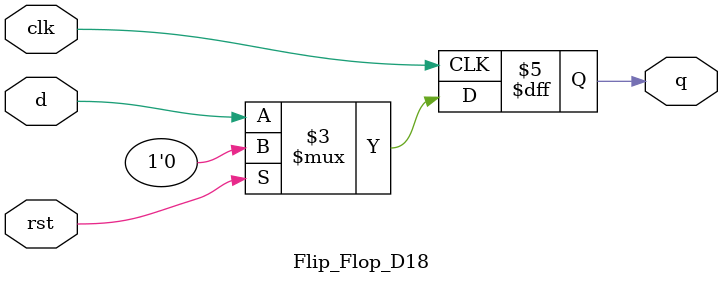
<source format=v>
`timescale 1ns / 1ps
module Flip_Flop_D18(

    input clk,
    input d,
    input rst,
    output reg q
    );

	 always @(posedge clk)
	 if (rst) 
	 q <= 0;
	 else
	 q <= d;
    

endmodule

</source>
